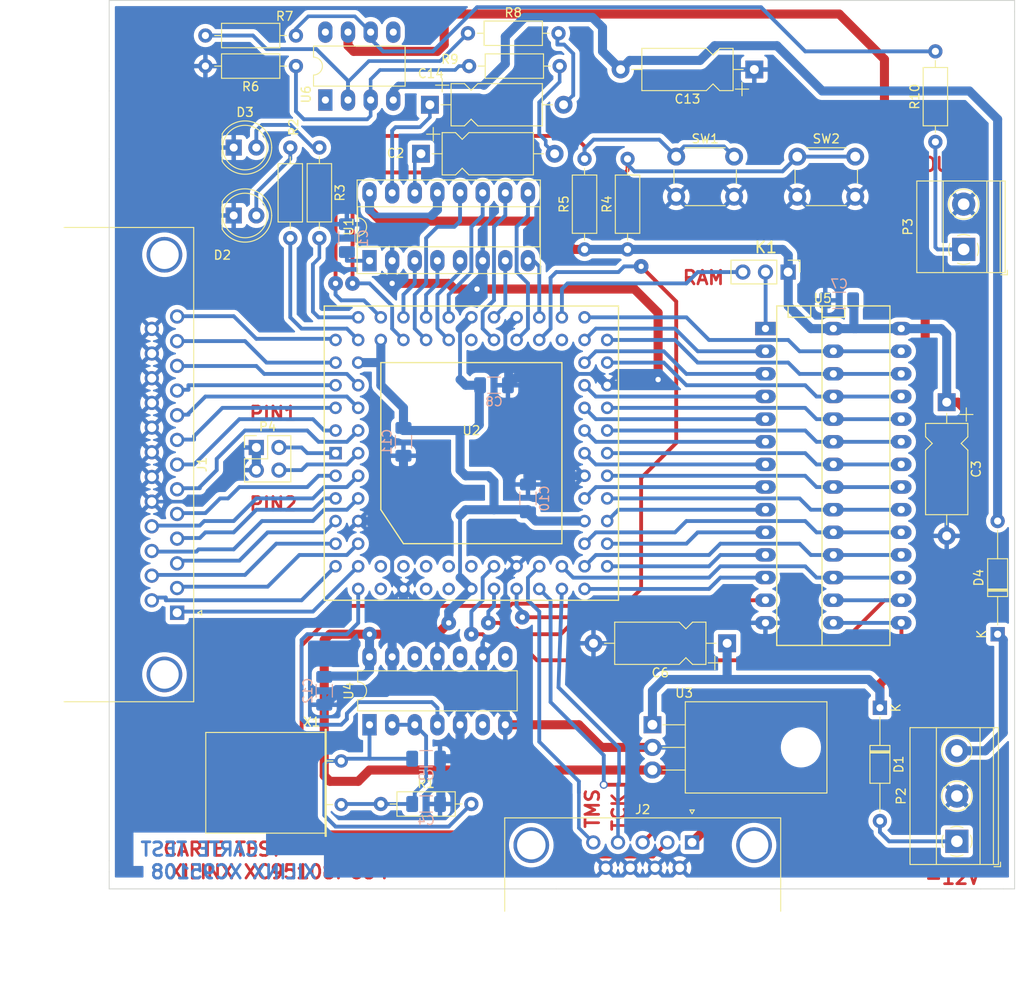
<source format=kicad_pcb>
(kicad_pcb (version 20220427) (generator pcbnew)
  (title_block (title "CARTE TEST XILINX XC95108") (rev "0"))
  (layers (0 "F.Cu" signal) (31 "B.Cu" signal) (34 "B.Paste" user) (35 "F.Paste" user) (36 "B.SilkS" user "B.Silkscreen") (37 "F.SilkS" user "F.Silkscreen") (38 "B.Mask" user) (39 "F.Mask" user) (44 "Edge.Cuts" user))
  (net 0 "")
  (net 1 "+12V")
  (net 2 "-12V")
  (net 3 "/CSMEM")
  (net 4 "/DAT0")
  (net 5 "/DAT1")
  (net 6 "/DAT2")
  (net 7 "/DAT3")
  (net 8 "/DAT4")
  (net 9 "/DAT5")
  (net 10 "/DAT6")
  (net 11 "/DAT7")
  (net 12 "/DCLK")
  (net 13 "/LED1")
  (net 14 "/LED2")
  (net 15 "/MA0")
  (net 16 "/MA1")
  (net 17 "/MA2")
  (net 18 "/MA3")
  (net 19 "/MA4")
  (net 20 "/MA5")
  (net 21 "/MA6")
  (net 22 "/MA7")
  (net 23 "/MD0")
  (net 24 "/MD1")
  (net 25 "/MD10")
  (net 26 "/MD11")
  (net 27 "/MD12")
  (net 28 "/MD13")
  (net 29 "/MD14")
  (net 30 "/MD2")
  (net 31 "/MD3")
  (net 32 "/MD4")
  (net 33 "/MD5")
  (net 34 "/MD6")
  (net 35 "/MD7")
  (net 36 "/MD8")
  (net 37 "/MD9")
  (net 38 "/OEMEM")
  (net 39 "/PARBUS0")
  (net 40 "/PARBUS1")
  (net 41 "/PARBUS2")
  (net 42 "/PARBUS3")
  (net 43 "/PARBUS4")
  (net 44 "/PARBUS5")
  (net 45 "/PARBUS6")
  (net 46 "/PARBUS7")
  (net 47 "/PAR_AUX0{slash}STROBE*")
  (net 48 "/PAR_AUX6{slash}ACK")
  (net 49 "/PAR_AUX5{slash}BUSY*")
  (net 50 "/PAR_AUX4{slash}PE")
  (net 51 "/PAR_AUX3{slash}SELECT*")
  (net 52 "/PAR_AUX2{slash}AUTOLF*")
  (net 53 "/PAR_AUX1{slash}ERROR*")
  (net 54 "/PAR_AUX7{slash}INIT")
  (net 55 "/PAR_AUX8{slash}SELECT")
  (net 56 "/PIN_TEST0")
  (net 57 "/PIN_TEST1")
  (net 58 "/XIN{slash}CLK")
  (net 59 "/SW0")
  (net 60 "/SW1")
  (net 61 "/TCK")
  (net 62 "/TDI")
  (net 63 "/TDO")
  (net 64 "/TMS")
  (net 65 "Net-(U1-VREF)")
  (net 66 "GND")
  (net 67 "Net-(U1-VOUT)_1")
  (net 68 "Net-(U1-VOUT)")
  (net 69 "Net-(C14-Pad2)")
  (net 70 "Net-(D2-A)")
  (net 71 "Net-(C2-Pad2)")
  (net 72 "Net-(C4-Pad1)")
  (net 73 "Net-(C5-Pad1)")
  (net 74 "Net-(D3-A)")
  (net 75 "Net-(K1-PM)")
  (net 76 "Net-(P3-P1)")
  (net 77 "Net-(U6-+)")
  (net 78 "Net-(U6-OUT)")
  (net 79 "VCC")
  (net 80 "/+12BATT")
  (net 81 "/-12BATT")
  (net 82 "Net-(U6--)")
  (net 91 "/R{slash}W-A14")
  (footprint "Diode_THT:D_DO-35_SOD27_P12.70mm_Horizontal" (layer "F.Cu") (at 181.102 115.57 -90)
    (fp_text reference "D1")
    (fp_text value "1N4004")
  )
  (footprint "Diode_THT:D_DO-35_SOD27_P12.70mm_Horizontal" (layer "F.Cu") (at 194.31 107.315 90)
    (fp_text reference "D4")
    (fp_text value "1N4004")
  )
  (footprint "Button_Switch_THT:SW_PUSH_6mm_H4.3mm" (layer "F.Cu") (at 158.242 53.721)
    (fp_text reference "SW1")
    (fp_text value "SW_PUSH")
  )
  (footprint "footprints:PLCC84" (layer "F.Cu") (at 135.255 86.995)
    (fp_text reference "U2")
    (fp_text value "XC95108PC84")
  )
  (footprint "Package_DIP:DIP-14_W7.62mm_LongPads" (layer "F.Cu") (at 123.825 117.475 90)
    (fp_text reference "U4")
    (fp_text value "74HC04")
  )
  (footprint "Connector_PinHeader_2.54mm:PinHeader_2x02_P2.54mm_Vertical" (layer "F.Cu") (at 111.125 86.36)
    (fp_text reference "P4")
    (fp_text value "CONN_2X2")
  )
  (footprint "Connector_PinHeader_2.54mm:PinHeader_1x03_P2.54mm_Vertical" (layer "F.Cu") (at 170.8 66.675 -90)
    (fp_text reference "K1")
    (fp_text value "CONN_3" hide)
  )
  (footprint "Resistor_THT:R_Axial_DIN0207_L6.3mm_D2.5mm_P10.16mm_Horizontal" (layer "F.Cu") (at 114.935 52.705 -90)
    (fp_text reference "R2")
    (fp_text value "330")
  )
  (footprint "Resistor_THT:R_Axial_DIN0207_L6.3mm_D2.5mm_P10.16mm_Horizontal" (layer "F.Cu") (at 134.874 39.878)
    (fp_text reference "R8")
    (fp_text value "2,2K")
  )
  (footprint "Resistor_THT:R_Axial_DIN0207_L6.3mm_D2.5mm_P10.16mm_Horizontal" (layer "F.Cu") (at 187.325 52.07 90)
    (fp_text reference "R10")
    (fp_text value "75")
  )
  (footprint "Resistor_THT:R_Axial_DIN0207_L6.3mm_D2.5mm_P10.16mm_Horizontal" (layer "F.Cu") (at 135.001 43.561)
    (fp_text reference "R9")
    (fp_text value "2,2K")
  )
  (footprint "Resistor_THT:R_Axial_DIN0207_L6.3mm_D2.5mm_P10.16mm_Horizontal" (layer "F.Cu") (at 125.095 126.365)
    (fp_text reference "R1")
    (fp_text value "100K")
  )
  (footprint "Resistor_THT:R_Axial_DIN0207_L6.3mm_D2.5mm_P10.16mm_Horizontal" (layer "F.Cu") (at 147.955 64.135 90)
    (fp_text reference "R5")
    (fp_text value "4,7K")
  )
  (footprint "Resistor_THT:R_Axial_DIN0207_L6.3mm_D2.5mm_P10.16mm_Horizontal" (layer "F.Cu") (at 115.57 43.561 180)
    (fp_text reference "R6")
    (fp_text value "1,1k")
  )
  (footprint "Resistor_THT:R_Axial_DIN0207_L6.3mm_D2.5mm_P10.16mm_Horizontal" (layer "F.Cu") (at 118.2 52.7 -90)
    (fp_text reference "R3")
    (fp_text value "330")
  )
  (footprint "Package_DIP:DIP-16_W7.62mm_Socket_LongPads" (layer "F.Cu") (at 123.825 65.405 90)
    (fp_text reference "U1")
    (fp_text value "TDA8702")
  )
  (footprint "Crystal:Crystal_HC18-U_Horizontal" (layer "F.Cu") (at 120.65 121.539 -90)
    (fp_text reference "X1")
    (fp_text value "10MHz")
  )
  (footprint "Resistor_THT:R_Axial_DIN0207_L6.3mm_D2.5mm_P10.16mm_Horizontal" (layer "F.Cu") (at 152.781 64.135 90)
    (fp_text reference "R4")
    (fp_text value "4,7K")
  )
  (footprint "Resistor_THT:R_Axial_DIN0207_L6.3mm_D2.5mm_P10.16mm_Horizontal" (layer "F.Cu") (at 115.57 40.132 180)
    (fp_text reference "R7")
    (fp_text value "1,1K")
  )
  (footprint "LED_THT:LED_D5.0mm" (layer "F.Cu") (at 108.585 52.705)
    (fp_text reference "D3")
    (fp_text value "LED")
  )
  (footprint "LED_THT:LED_D5.0mm" (layer "F.Cu") (at 108.585 60.325)
    (fp_text reference "D2")
    (fp_text value "LED")
  )
  (footprint "Package_DIP:DIP-8_W7.62mm_LongPads" (layer "F.Cu") (at 118.872 47.371 90)
    (fp_text reference "U6")
    (fp_text value "LM318N")
  )
  (footprint "Connector_Dsub:DSUB-25_Female_Horizontal_P2.77x2.84mm_EdgePinOffset9.90mm_Housed_MountingHolesOffset11.32mm" (layer "F.Cu") (at 102.235 104.902 -90)
    (fp_text reference "J1")
    (fp_text value "DB25")
  )
  (footprint "Package_TO_SOT_THT:TO-220-3_Horizontal_TabDown" (layer "F.Cu") (at 155.575 117.475 -90)
    (fp_text reference "U3")
    (fp_text value "LM7805")
  )
  (footprint "Connector_Dsub:DSUB-9_Female_Horizontal_P2.77x2.84mm_EdgePinOffset4.94mm_Housed_MountingHolesOffset7.48mm" (layer "F.Cu") (at 160.02 130.683)
    (fp_text reference "J2")
    (fp_text value "DB9FEM")
  )
  (footprint "TerminalBlock_Phoenix:TerminalBlock_Phoenix_MKDS-1,5-3-5.08_1x03_P5.08mm_Horizontal" (layer "F.Cu") (at 189.738 130.556 90)
    (fp_text reference "P2")
    (fp_text value "CONN_3")
  )
  (footprint "TerminalBlock_Phoenix:TerminalBlock_Phoenix_MKDS-1,5-2-5.08_1x02_P5.08mm_Horizontal" (layer "F.Cu") (at 190.5 64.135 90)
    (fp_text reference "P3")
    (fp_text value "CONN_2")
  )
  (footprint "Capacitor_THT:CP_Axial_L10.0mm_D4.5mm_P15.00mm_Horizontal" (layer "F.Cu") (at 167.005 43.942 180)
    (fp_text reference "C13")
    (fp_text value "10uF")
  )
  (footprint "Capacitor_THT:CP_Axial_L10.0mm_D4.5mm_P15.00mm_Horizontal" (layer "F.Cu") (at 163.957 108.331 180)
    (fp_text reference "C6")
    (fp_text value "47uF")
  )
  (footprint "Capacitor_THT:CP_Axial_L10.0mm_D4.5mm_P15.00mm_Horizontal" (layer "F.Cu") (at 188.595 81.28 -90)
    (fp_text reference "C3")
    (fp_text value "10uF")
  )
  (footprint "Capacitor_THT:CP_Axial_L10.0mm_D4.5mm_P15.00mm_Horizontal" (layer "F.Cu") (at 129.6 53.4)
    (fp_text reference "C2")
    (fp_text value "10uF")
  )
  (footprint "Button_Switch_THT:SW_PUSH_6mm_H4.3mm" (layer "F.Cu") (at 171.831 53.721)
    (fp_text reference "SW2")
    (fp_text value "SW_PUSH")
  )
  (footprint "footprints:DIP-28__300__600_ELL" (layer "F.Cu") (at 168.275 73.025)
    (fp_text reference "U5")
    (fp_text value "RAM_32KO")
  )
  (footprint "Capacitor_THT:CP_Axial_L10.0mm_D4.5mm_P15.00mm_Horizontal" (layer "F.Cu") (at 130.6 47.9)
    (fp_text reference "C14")
    (fp_text value "10uF")
  )
  (footprint "Capacitor_SMD:C_1206_3216Metric_Pad1.33x1.80mm_HandSolder" (layer "B.Cu") (at 121.285 62.865 90)
    (fp_text reference "C1")
    (fp_text value "100nF")
  )
  (footprint "Capacitor_SMD:C_1206_3216Metric_Pad1.33x1.80mm_HandSolder" (layer "B.Cu") (at 130.175 126.365)
    (fp_text reference "C4")
    (fp_text value "22pF")
  )
  (footprint "Capacitor_SMD:C_1206_3216Metric_Pad1.33x1.80mm_HandSolder" (layer "B.Cu") (at 130.175 121.285)
    (fp_text reference "C5")
    (fp_text value "22pF")
  )
  (footprint "Capacitor_SMD:C_1206_3216Metric_Pad1.33x1.80mm_HandSolder" (layer "B.Cu") (at 118.745 113.665 -90)
    (fp_text reference "C12")
    (fp_text value "100nF")
  )
  (footprint "Capacitor_SMD:C_1206_3216Metric_Pad1.33x1.80mm_HandSolder" (layer "B.Cu") (at 127.635 85.725 -90)
    (fp_text reference "C11")
    (fp_text value "100nF")
  )
  (footprint "Capacitor_SMD:C_1206_3216Metric_Pad1.33x1.80mm_HandSolder" (layer "B.Cu") (at 141.605 92.075 90)
    (fp_text reference "C10")
    (fp_text value "100nF")
  )
  (footprint "Capacitor_SMD:C_1206_3216Metric_Pad1.33x1.80mm_HandSolder" (layer "B.Cu") (at 137.795 79.375)
    (fp_text reference "C8")
    (fp_text value "100nF")
  )
  (footprint "Capacitor_SMD:C_1206_3216Metric_Pad1.33x1.80mm_HandSolder" (layer "B.Cu") (at 176.53 69.85 180)
    (fp_text reference "C7")
    (fp_text value "100nF")
  )
  (gr_line (start 196.215 37.465) (end 196.215 36.195) (stroke (width 0.1)) (layer "Edge.Cuts"))
  (gr_line (start 94.615 46.355) (end 94.615 53.975) (stroke (width 0.1)) (layer "Edge.Cuts"))
  (gr_line (start 196.215 36.195) (end 94.615 36.195) (stroke (width 0.1)) (layer "Edge.Cuts"))
  (gr_line (start 196.215 135.89) (end 194.945 135.89) (stroke (width 0.1)) (layer "Edge.Cuts"))
  (gr_line (start 160.655 135.89) (end 192.405 135.89) (stroke (width 0.1)) (layer "Edge.Cuts"))
  (gr_line (start 94.615 53.975) (end 94.615 132.715) (stroke (width 0.1)) (layer "Edge.Cuts"))
  (gr_line (start 94.615 132.715) (end 94.615 133.985) (stroke (width 0.1)) (layer "Edge.Cuts"))
  (gr_line (start 94.615 36.195) (end 94.615 46.355) (stroke (width 0.1)) (layer "Edge.Cuts"))
  (gr_line (start 192.405 135.89) (end 194.945 135.89) (stroke (width 0.1)) (layer "Edge.Cuts"))
  (gr_line (start 196.215 37.465) (end 196.215 135.89) (stroke (width 0.1)) (layer "Edge.Cuts"))
  (gr_line (start 94.615 133.985) (end 94.615 135.89) (stroke (width 0.1)) (layer "Edge.Cuts"))
  (gr_line (start 94.615 135.89) (end 144.78 135.89) (stroke (width 0.1)) (layer "Edge.Cuts"))
  (gr_line (start 144.78 135.89) (end 160.655 135.89) (stroke (width 0.1)) (layer "Edge.Cuts"))
  (gr_text "TCK" (at 151.83866 127.254 90) (layer "F.Cu") (effects (font (size 1.524 1.524) (thickness 0.3048))))
  (gr_text "XILINX XC95108PC84" (at 113.665 133.985) (layer "F.Cu") (effects (font (size 1.524 1.524) (thickness 0.3048))))
  (gr_text "ROM" (at 176.53 67.31) (layer "F.Cu") (effects (font (size 1.524 1.524) (thickness 0.3048))))
  (gr_text "GND" (at 187.325 68.58) (layer "F.Cu") (effects (font (size 1.524 1.524) (thickness 0.3048))))
  (gr_text "GND" (at 183.388 124.841 90) (layer "F.Cu") (effects (font (size 1.524 1.524) (thickness 0.3048))))
  (gr_text "VOUT" (at 187.325 54.61) (layer "F.Cu") (effects (font (size 1.524 1.524) (thickness 0.3048))))
  (gr_text "VCC" (at 160.02 126.873 90) (layer "F.Cu") (effects (font (size 1.524 1.524) (thickness 0.3048))))
  (gr_text "PIN1" (at 113.03 82.55) (layer "F.Cu") (effects (font (size 1.524 1.524) (thickness 0.3048))))
  (gr_text "TDO" (at 157.55366 126.873 90) (layer "F.Cu") (effects (font (size 1.524 1.524) (thickness 0.3048))))
  (gr_text "TMS" (at 148.844 126.873 90) (layer "F.Cu") (effects (font (size 1.524 1.524) (thickness 0.3048))))
  (gr_text "+12V" (at 189.865 116.713) (layer "F.Cu") (effects (font (size 1.524 1.524) (thickness 0.3048))))
  (gr_text "PIN2" (at 113.03 92.71) (layer "F.Cu") (effects (font (size 1.524 1.524) (thickness 0.3048))))
  (gr_text "-12V" (at 189.23 134.62) (layer "F.Cu") (effects (font (size 1.524 1.524) (thickness 0.3048))))
  (gr_text "RAM" (at 161.29 67.31) (layer "F.Cu") (effects (font (size 1.524 1.524) (thickness 0.3048))))
  (gr_text "CARTE TEST" (at 107.315 131.445) (layer "F.Cu") (effects (font (size 1.524 1.524) (thickness 0.3048))))
  (gr_text "TDI" (at 154.52725 126.873 90) (layer "F.Cu") (effects (font (size 1.27 1.524) (thickness 0.3048))))
  (gr_text "XILINX XC95108" (at 108.585 133.985) (layer "B.Cu") (effects (font (size 1.524 1.524) (thickness 0.3048)) (justify mirror)))
  (gr_text "CARTE TEST" (at 104.775 131.445) (layer "B.Cu") (effects (font (size 1.524 1.524) (thickness 0.3048)) (justify mirror)))
  (segment (start 121.412 41.275) (end 121.412 39.751) (width 1.016) (layer "F.Cu") (net 1))
  (segment (start 181.102 115.57) (end 181.102 112.903) (width 1.016) (layer "F.Cu") (net 1))
  (segment (start 181.61 42.799) (end 176.53 37.719) (width 1.016) (layer "F.Cu") (net 1))
  (segment (start 132.842 37.719) (end 132.207 38.354) (width 1.016) (layer "F.Cu") (net 1))
  (segment (start 186.182 71.247) (end 181.61 66.675) (width 1.016) (layer "F.Cu") (net 1))
  (segment (start 181.102 112.903) (end 186.182 107.823) (width 1.016) (layer "F.Cu") (net 1))
  (segment (start 122.047 41.91) (end 121.412 41.275) (width 1.016) (layer "F.Cu") (net 1))
  (segment (start 176.53 37.719) (end 132.842 37.719) (width 1.016) (layer "F.Cu") (net 1))
  (segment (start 186.182 107.823) (end 186.182 71.247) (width 1.016) (layer "F.Cu") (net 1))
  (segment (start 132.207 41.148) (end 131.445 41.91) (width 1.016) (layer "F.Cu") (net 1))
  (segment (start 132.207 38.354) (end 132.207 41.148) (width 1.016) (layer "F.Cu") (net 1))
  (segment (start 181.61 66.675) (end 181.61 42.799) (width 1.016) (layer "F.Cu") (net 1))
  (segment (start 131.445 41.91) (end 122.047 41.91) (width 1.016) (layer "F.Cu") (net 1))
  (segment (start 163.83 112.395) (end 179.832 112.395) (width 1.016) (layer "B.Cu") (net 1))
  (segment (start 155.575 113.665) (end 155.575 117.475) (width 1.016) (layer "B.Cu") (net 1))
  (segment (start 181.102 113.665) (end 181.102 115.57) (width 1.016) (layer "B.Cu") (net 1))
  (segment (start 179.832 112.395) (end 181.102 113.665) (width 1.016) (layer "B.Cu") (net 1))
  (segment (start 156.845 112.395) (end 155.575 113.665) (width 1.016) (layer "B.Cu") (net 1))
  (segment (start 163.83 112.395) (end 163.957 112.268) (width 1.016) (layer "B.Cu") (net 1))
  (segment (start 163.957 112.268) (end 163.957 108.331) (width 1.016) (layer "B.Cu") (net 1))
  (segment (start 163.83 112.395) (end 156.845 112.395) (width 1.016) (layer "B.Cu") (net 1))
  (segment (start 149.973 41.91) (end 149.973 39.229) (width 1.016) (layer "B.Cu") (net 2))
  (segment (start 160.909 42.926) (end 162.56 41.275) (width 1.016) (layer "B.Cu") (net 2))
  (segment (start 149.973 39.229) (end 148.844 38.1) (width 1.016) (layer "B.Cu") (net 2))
  (segment (start 127.08 45.72) (end 136.652 45.72) (width 0.8) (layer "B.Cu") (net 2))
  (segment (start 126.492 46.308) (end 127.08 45.72) (width 0.8) (layer "B.Cu") (net 2))
  (segment (start 194.31 49.53) (end 191.135 46.355) (width 1.016) (layer "B.Cu") (net 2))
  (segment (start 141.224 38.1) (end 139.065 40.259) (width 1.016) (layer "B.Cu") (net 2))
  (segment (start 169.545 41.275) (end 174.625 46.355) (width 1.016) (layer "B.Cu") (net 2))
  (segment (start 139.065 40.259) (end 139.065 43.307) (width 1.016) (layer "B.Cu") (net 2))
  (segment (start 139.065 43.307) (end 136.652 45.72) (width 1.016) (layer "B.Cu") (net 2))
  (segment (start 174.625 46.355) (end 191.135 46.355) (width 1.016) (layer "B.Cu") (net 2))
  (segment (start 162.56 41.275) (end 169.545 41.275) (width 1.016) (layer "B.Cu") (net 2))
  (segment (start 126.492 47.371) (end 126.492 46.308) (width 0.8) (layer "B.Cu") (net 2))
  (segment (start 160.909 42.926) (end 153.021 42.926) (width 1.016) (layer "B.Cu") (net 2))
  (segment (start 153.021 42.926) (end 152.005 43.942) (width 1.016) (layer "B.Cu") (net 2))
  (segment (start 194.31 94.615) (end 194.31 49.53) (width 1.016) (layer "B.Cu") (net 2))
  (segment (start 148.844 38.1) (end 141.224 38.1) (width 1.016) (layer "B.Cu") (net 2))
  (segment (start 152.005 43.942) (end 149.973 41.91) (width 1.016) (layer "B.Cu") (net 2))
  (segment (start 183.515 93.345) (end 175.895 93.345) (width 0.4318) (layer "B.Cu") (net 3))
  (segment (start 175.895 93.345) (end 173.355 93.345) (width 0.4318) (layer "B.Cu") (net 3))
  (segment (start 173.355 93.345) (end 172.085 92.075) (width 0.4318) (layer "B.Cu") (net 3))
  (segment (start 150.495 92.075) (end 172.085 92.075) (width 0.4318) (layer "B.Cu") (net 3))
  (segment (start 130.175 67.945) (end 130.175 62.865) (width 0.4318) (layer "B.Cu") (net 4))
  (segment (start 133.35 61.595) (end 133.985 60.96) (width 0.4318) (layer "B.Cu") (net 4))
  (segment (start 133.985 60.96) (end 133.985 57.785) (width 0.4318) (layer "B.Cu") (net 4))
  (segment (start 128.905 69.215) (end 130.175 67.945) (width 0.4318) (layer "B.Cu") (net 4))
  (segment (start 131.445 61.595) (end 133.35 61.595) (width 0.4318) (layer "B.Cu") (net 4))
  (segment (start 130.175 62.865) (end 131.445 61.595) (width 0.4318) (layer "B.Cu") (net 4))
  (segment (start 130.175 74.295) (end 128.905 73.025) (width 0.4318) (layer "B.Cu") (net 4))
  (segment (start 128.905 73.025) (end 128.905 69.215) (width 0.4318) (layer "B.Cu") (net 4))
  (segment (start 135.255 61.595) (end 136.525 60.325) (width 0.4318) (layer "B.Cu") (net 5))
  (segment (start 132.715 69.215) (end 135.255 66.675) (width 0.4318) (layer "B.Cu") (net 5))
  (segment (start 136.525 57.785) (end 136.525 60.325) (width 0.4318) (layer "B.Cu") (net 5))
  (segment (start 135.255 61.595) (end 135.255 66.675) (width 0.4318) (layer "B.Cu") (net 5))
  (segment (start 132.715 69.215) (end 132.715 71.755) (width 0.4318) (layer "B.Cu") (net 5))
  (segment (start 128.905 67.945) (end 127.635 69.215) (width 0.4318) (layer "B.Cu") (net 6))
  (segment (start 128.905 65.405) (end 128.905 67.945) (width 0.4318) (layer "B.Cu") (net 6))
  (segment (start 127.635 69.215) (end 127.635 71.755) (width 0.4318) (layer "B.Cu") (net 6))
  (segment (start 130.175 69.215) (end 131.445 67.945) (width 0.4318) (layer "B.Cu") (net 7))
  (segment (start 130.175 71.755) (end 130.175 69.215) (width 0.4318) (layer "B.Cu") (net 7))
  (segment (start 131.445 67.945) (end 131.445 65.405) (width 0.4318) (layer "B.Cu") (net 7))
  (segment (start 139.065 60.325) (end 137.795 61.595) (width 0.4318) (layer "B.Cu") (net 8))
  (segment (start 136.525 71.12) (end 137.795 69.85) (width 0.4318) (layer "B.Cu") (net 8))
  (segment (start 139.065 57.785) (end 139.065 60.325) (width 0.4318) (layer "B.Cu") (net 8))
  (segment (start 137.795 69.85) (end 137.795 61.595) (width 0.4318) (layer "B.Cu") (net 8))
  (segment (start 136.525 73.025) (end 137.795 74.295) (width 0.4318) (layer "B.Cu") (net 8))
  (segment (start 136.525 71.12) (end 136.525 73.025) (width 0.4318) (layer "B.Cu") (net 8))
  (segment (start 140.335 74.295) (end 141.605 73.025) (width 0.4318) (layer "B.Cu") (net 9))
  (segment (start 141.605 57.785) (end 141.605 60.325) (width 0.4318) (layer "B.Cu") (net 9))
  (segment (start 141.605 67.945) (end 140.335 66.675) (width 0.4318) (layer "B.Cu") (net 9))
  (segment (start 141.605 60.325) (end 140.335 61.595) (width 0.4318) (layer "B.Cu") (net 9))
  (segment (start 140.335 61.595) (end 140.335 66.675) (width 0.4318) (layer "B.Cu") (net 9))
  (segment (start 141.605 73.025) (end 141.605 67.945) (width 0.4318) (layer "B.Cu") (net 9))
  (segment (start 142.875 71.755) (end 142.875 66.04) (width 0.4318) (layer "B.Cu") (net 10))
  (segment (start 142.875 66.04) (end 142.24 65.405) (width 0.4318) (layer "B.Cu") (net 10))
  (segment (start 142.24 65.405) (end 141.605 65.405) (width 0.4318) (layer "B.Cu") (net 10))
  (segment (start 139.065 70.485) (end 137.795 71.755) (width 0.4318) (layer "B.Cu") (net 11))
  (segment (start 139.065 65.405) (end 139.065 70.485) (width 0.4318) (layer "B.Cu") (net 11))
  (segment (start 133.985 66.675) (end 133.985 65.405) (width 0.4318) (layer "B.Cu") (net 12))
  (segment (start 131.445 69.215) (end 133.985 66.675) (width 0.4318) (layer "B.Cu") (net 12))
  (segment (start 131.445 73.025) (end 131.445 69.215) (width 0.4318) (layer "B.Cu") (net 12))
  (segment (start 132.715 74.295) (end 131.445 73.025) (width 0.4318) (layer "B.Cu") (net 12))
  (segment (start 116.205 73.025) (end 114.935 71.755) (width 0.4318) (layer "B.Cu") (net 13))
  (segment (start 114.935 62.865) (end 114.935 71.755) (width 0.4318) (layer "B.Cu") (net 13))
  (segment (start 121.285 73.025) (end 122.555 74.295) (width 0.4318) (layer "B.Cu") (net 13))
  (segment (start 116.205 73.025) (end 121.285 73.025) (width 0.4318) (layer "B.Cu") (net 13))
  (segment (start 117.475 71.12) (end 118.11 71.755) (width 0.4318) (layer "B.Cu") (net 14))
  (segment (start 118.2 62.86) (end 118.2 65.075) (width 0.4) (layer "B.Cu") (net 14))
  (segment (start 117.475 65.8) (end 117.475 71.12) (width 0.4318) (layer "B.Cu") (net 14))
  (segment (start 118.2 65.075) (end 117.475 65.8) (width 0.4) (layer "B.Cu") (net 14))
  (segment (start 118.11 71.755) (end 122.555 71.755) (width 0.4318) (layer "B.Cu") (net 14))
  (segment (start 161.925 99.695) (end 163.195 98.425) (width 0.4318) (layer "B.Cu") (net 15))
  (segment (start 150.495 99.695) (end 161.925 99.695) (width 0.4318) (layer "B.Cu") (net 15))
  (segment (start 163.195 98.425) (end 168.275 98.425) (width 0.4318) (layer "B.Cu") (net 15))
  (segment (start 161.925 102.235) (end 163.195 100.965) (width 0.4318) (layer "B.Cu") (net 16))
  (segment (start 163.195 100.965) (end 168.275 100.965) (width 0.4318) (layer "B.Cu") (net 16))
  (segment (start 147.955 102.235) (end 161.925 102.235) (width 0.4318) (layer "B.Cu") (net 16))
  (segment (start 161.925 105.41) (end 163.83 103.505) (width 0.4318) (layer "F.Cu") (net 17))
  (segment (start 140.97 105.41) (end 161.925 105.41) (width 0.4318) (layer "F.Cu") (net 17))
  (segment (start 163.83 103.505) (end 168.275 103.505) (width 0.4318) (layer "F.Cu") (net 17))
  (via (at 140.97 105.41) (size 1.651) (drill 0.6) (layers "F.Cu" "B.Cu") (net 17))
  (segment (start 140.335 102.235) (end 140.335 104.14) (width 0.4318) (layer "B.Cu") (net 17))
  (segment (start 140.97 104.775) (end 140.97 105.41) (width 0.4318) (layer "B.Cu") (net 17))
  (segment (start 140.335 104.14) (end 140.97 104.775) (width 0.4318) (layer "B.Cu") (net 17))
  (segment (start 169.926 109.22) (end 182.88 109.22) (width 0.4318) (layer "F.Cu") (net 18))
  (segment (start 137.16 107.95) (end 140.335 107.95) (width 0.4318) (layer "F.Cu") (net 18))
  (segment (start 183.515 108.585) (end 183.515 106.045) (width 0.4318) (layer "F.Cu") (net 18))
  (segment (start 140.335 107.95) (end 142.621 110.236) (width 0.4318) (layer "F.Cu") (net 18))
  (segment (start 168.91 110.236) (end 169.926 109.22) (width 0.4318) (layer "F.Cu") (net 18))
  (segment (start 136.525 107.315) (end 137.16 107.95) (width 0.4318) (layer "F.Cu") (net 18))
  (segment (start 135.255 107.315) (end 136.525 107.315) (width 0.4318) (layer "F.Cu") (net 18))
  (segment (start 182.88 109.22) (end 183.515 108.585) (width 0.4318) (layer "F.Cu") (net 18))
  (segment (start 142.621 110.236) (end 168.91 110.236) (width 0.4318) (layer "F.Cu") (net 18))
  (via (at 135.255 107.315) (size 1.651) (drill 0.6) (layers "F.Cu" "B.Cu") (net 18))
  (segment (start 136.525 100.965) (end 137.795 99.695) (width 0.4318) (layer "B.Cu") (net 18))
  (segment (start 135.255 107.315) (end 135.255 104.775) (width 0.4318) (layer "B.Cu") (net 18))
  (segment (start 136.525 103.505) (end 136.525 100.965) (width 0.4318) (layer "B.Cu") (net 18))
  (segment (start 135.255 104.775) (end 136.525 103.505) (width 0.4318) (layer "B.Cu") (net 18))
  (segment (start 175.895 106.045) (end 183.515 106.045) (width 0.4318) (layer "B.Cu") (net 18))
  (segment (start 166.751 107.95) (end 177.165 107.95) (width 0.4318) (layer "F.Cu") (net 19))
  (segment (start 139.065 106.68) (end 140.335 106.68) (width 0.4318) (layer "F.Cu") (net 19))
  (segment (start 177.165 107.95) (end 181.61 103.505) (width 0.4318) (layer "F.Cu") (net 19))
  (segment (start 140.97 107.315) (end 145.288 107.315) (width 0.4318) (layer "F.Cu") (net 19))
  (segment (start 137.16 106.045) (end 138.43 106.045) (width 0.4318) (layer "F.Cu") (net 19))
  (segment (start 145.288 107.315) (end 146.177 106.426) (width 0.4318) (layer "F.Cu") (net 19))
  (segment (start 146.177 106.426) (end 165.227 106.426) (width 0.4318) (layer "F.Cu") (net 19))
  (segment (start 140.335 106.68) (end 140.97 107.315) (width 0.4318) (layer "F.Cu") (net 19))
  (segment (start 181.61 103.505) (end 183.515 103.505) (width 0.4318) (layer "F.Cu") (net 19))
  (segment (start 138.43 106.045) (end 139.065 106.68) (width 0.4318) (layer "F.Cu") (net 19))
  (segment (start 165.227 106.426) (end 166.751 107.95) (width 0.4318) (layer "F.Cu") (net 19))
  (via (at 137.16 106.045) (size 1.651) (drill 0.6) (layers "F.Cu" "B.Cu") (net 19))
  (segment (start 137.795 104.14) (end 137.16 104.775) (width 0.4318) (layer "B.Cu") (net 19))
  (segment (start 137.795 104.14) (end 137.795 102.235) (width 0.4318) (layer "B.Cu") (net 19))
  (segment (start 183.515 103.505) (end 175.895 103.505) (width 0.4318) (layer "B.Cu") (net 19))
  (segment (start 137.16 104.775) (end 137.16 106.045) (width 0.4318) (layer "B.Cu") (net 19))
  (segment (start 161.925 100.965) (end 163.195 99.695) (width 0.4318) (layer "B.Cu") (net 20))
  (segment (start 175.895 100.965) (end 173.99 100.965) (width 0.4318) (layer "B.Cu") (net 20))
  (segment (start 163.195 99.695) (end 172.72 99.695) (width 0.4318) (layer "B.Cu") (net 20))
  (segment (start 173.99 100.965) (end 172.72 99.695) (width 0.4318) (layer "B.Cu") (net 20))
  (segment (start 145.415 99.695) (end 146.685 100.965) (width 0.4318) (layer "B.Cu") (net 20))
  (segment (start 175.895 100.965) (end 183.515 100.965) (width 0.4318) (layer "B.Cu") (net 20))
  (segment (start 146.685 100.965) (end 161.925 100.965) (width 0.4318) (layer "B.Cu") (net 20))
  (segment (start 183.515 98.425) (end 175.895 98.425) (width 0.4318) (layer "B.Cu") (net 21))
  (segment (start 175.895 98.425) (end 173.355 98.425) (width 0.4318) (layer "B.Cu") (net 21))
  (segment (start 149.225 98.425) (end 161.925 98.425) (width 0.4318) (layer "B.Cu") (net 21))
  (segment (start 161.925 98.425) (end 163.195 97.155) (width 0.4318) (layer "B.Cu") (net 21))
  (segment (start 163.195 97.155) (end 172.085 97.155) (width 0.4318) (layer "B.Cu") (net 21))
  (segment (start 147.955 99.695) (end 149.225 98.425) (width 0.4318) (layer "B.Cu") (net 21))
  (segment (start 173.355 98.425) (end 172.085 97.155) (width 0.4318) (layer "B.Cu") (net 21))
  (segment (start 149.225 95.885) (end 158.115 95.885) (width 0.4318) (layer "B.Cu") (net 22))
  (segment (start 158.115 95.885) (end 159.385 94.615) (width 0.4318) (layer "B.Cu") (net 22))
  (segment (start 147.955 97.155) (end 149.225 95.885) (width 0.4318) (layer "B.Cu") (net 22))
  (segment (start 173.99 95.885) (end 172.72 94.615) (width 0.4318) (layer "B.Cu") (net 22))
  (segment (start 183.515 95.885) (end 175.895 95.885) (width 0.4318) (layer "B.Cu") (net 22))
  (segment (start 175.895 95.885) (end 173.99 95.885) (width 0.4318) (layer "B.Cu") (net 22))
  (segment (start 172.72 94.615) (end 159.385 94.615) (width 0.4318) (layer "B.Cu") (net 22))
  (segment (start 159.385 97.155) (end 160.655 95.885) (width 0.4318) (layer "B.Cu") (net 23))
  (segment (start 160.655 95.885) (end 168.275 95.885) (width 0.4318) (layer "B.Cu") (net 23))
  (segment (start 150.495 97.155) (end 159.385 97.155) (width 0.4318) (layer "B.Cu") (net 23))
  (segment (start 150.495 94.615) (end 151.765 93.345) (width 0.4318) (layer "B.Cu") (net 24))
  (segment (start 151.765 93.345) (end 168.275 93.345) (width 0.4318) (layer "B.Cu") (net 24))
  (segment (start 183.515 90.805) (end 175.895 90.805) (width 0.4318) (layer "B.Cu") (net 25))
  (segment (start 150.495 89.535) (end 172.72 89.535) (width 0.4318) (layer "B.Cu") (net 25))
  (segment (start 175.895 90.805) (end 173.99 90.805) (width 0.4318) (layer "B.Cu") (net 25))
  (segment (start 173.99 90.805) (end 172.72 89.535) (width 0.4318) (layer "B.Cu") (net 25))
  (segment (start 175.895 85.725) (end 183.515 85.725) (width 0.4318) (layer "B.Cu") (net 26))
  (segment (start 175.895 85.725) (end 173.99 85.725) (width 0.4318) (layer "B.Cu") (net 26))
  (segment (start 173.99 85.725) (end 172.72 84.455) (width 0.4318) (layer "B.Cu") (net 26))
  (segment (start 150.495 84.455) (end 172.72 84.455) (width 0.4318) (layer "B.Cu") (net 26))
  (segment (start 147.955 74.295) (end 149.225 73.025) (width 0.4318) (layer "B.Cu") (net 27))
  (segment (start 160.655 75.565) (end 168.275 75.565) (width 0.4318) (layer "B.Cu") (net 27))
  (segment (start 149.225 73.025) (end 158.115 73.025) (width 0.4318) (layer "B.Cu") (net 27))
  (segment (start 158.115 73.025) (end 160.655 75.565) (width 0.4318) (layer "B.Cu") (net 27))
  (segment (start 175.895 78.105) (end 183.515 78.105) (width 0.4318) (layer "B.Cu") (net 28))
  (segment (start 175.895 78.105) (end 172.085 78.105) (width 0.4318) (layer "B.Cu") (net 28))
  (segment (start 170.815 76.835) (end 172.085 78.105) (width 0.4318) (layer "B.Cu") (net 28))
  (segment (start 160.655 76.835) (end 170.815 76.835) (width 0.4318) (layer "B.Cu") (net 28))
  (segment (start 158.115 74.295) (end 160.655 76.835) (width 0.4318) (layer "B.Cu") (net 28))
  (segment (start 158.115 74.295) (end 150.495 74.295) (width 0.4318) (layer "B.Cu") (net 28))
  (segment (start 160.655 66.675) (end 165.735 66.675) (width 0.4318) (layer "B.Cu") (net 29))
  (segment (start 145.415 68.58) (end 146.05 67.945) (width 0.4318) (layer "B.Cu") (net 29))
  (segment (start 159.385 67.945) (end 160.655 66.675) (width 0.4318) (layer "B.Cu") (net 29))
  (segment (start 146.05 67.945) (end 159.385 67.945) (width 0.4318) (layer "B.Cu") (net 29))
  (segment (start 145.415 71.755) (end 145.415 68.58) (width 0.4318) (layer "B.Cu") (net 29))
  (segment (start 149.225 90.805) (end 168.275 90.805) (width 0.4318) (layer "B.Cu") (net 30))
  (segment (start 147.955 92.075) (end 149.225 90.805) (width 0.4318) (layer "B.Cu") (net 30))
  (segment (start 149.225 88.265) (end 168.275 88.265) (width 0.4318) (layer "B.Cu") (net 31))
  (segment (start 147.955 86.995) (end 149.225 88.265) (width 0.4318) (layer "B.Cu") (net 31))
  (segment (start 149.225 85.725) (end 147.955 84.455) (width 0.4318) (layer "B.Cu") (net 32))
  (segment (start 168.275 85.725) (end 149.225 85.725) (width 0.4318) (layer "B.Cu") (net 32))
  (segment (start 168.275 83.185) (end 149.225 83.185) (width 0.4318) (layer "B.Cu") (net 33))
  (segment (start 149.225 83.185) (end 147.955 81.915) (width 0.4318) (layer "B.Cu") (net 33))
  (segment (start 149.225 80.645) (end 168.275 80.645) (width 0.4318) (layer "B.Cu") (net 34))
  (segment (start 147.955 79.375) (end 149.225 80.645) (width 0.4318) (layer "B.Cu") (net 34))
  (segment (start 149.225 75.565) (end 147.955 76.835) (width 0.4318) (layer "B.Cu") (net 35))
  (segment (start 156.845 75.565) (end 149.225 75.565) (width 0.4318) (layer "B.Cu") (net 35))
  (segment (start 168.275 78.105) (end 159.385 78.105) (width 0.4318) (layer "B.Cu") (net 35))
  (segment (start 159.385 78.105) (end 156.845 75.565) (width 0.4318) (layer "B.Cu") (net 35))
  (segment (start 159.385 79.375) (end 172.72 79.375) (width 0.4318) (layer "B.Cu") (net 36))
  (segment (start 173.99 80.645) (end 172.72 79.375) (width 0.4318) (layer "B.Cu") (net 36))
  (segment (start 150.495 76.835) (end 156.845 76.835) (width 0.4318) (layer "B.Cu") (net 36))
  (segment (start 175.895 80.645) (end 173.99 80.645) (width 0.4318) (layer "B.Cu") (net 36))
  (segment (start 156.845 76.835) (end 159.385 79.375) (width 0.4318) (layer "B.Cu") (net 36))
  (segment (start 175.895 80.645) (end 183.515 80.645) (width 0.4318) (layer "B.Cu") (net 36))
  (segment (start 175.895 83.185) (end 183.515 83.185) (width 0.4318) (layer "B.Cu") (net 37))
  (segment (start 150.495 81.915) (end 172.72 81.915) (width 0.4318) (layer "B.Cu") (net 37))
  (segment (start 173.99 83.185) (end 172.72 81.915) (width 0.4318) (layer "B.Cu") (net 37))
  (segment (start 175.895 83.185) (end 173.99 83.185) (width 0.4318) (layer "B.Cu") (net 37))
  (segment (start 175.895 88.265) (end 173.99 88.265) (width 0.4318) (layer "B.Cu") (net 38))
  (segment (start 150.495 86.995) (end 172.72 86.995) (width 0.4318) (layer "B.Cu") (net 38))
  (segment (start 175.895 88.265) (end 183.515 88.265) (width 0.4318) (layer "B.Cu") (net 38))
  (segment (start 173.99 88.265) (end 172.72 86.995) (width 0.4318) (layer "B.Cu") (net 38))
  (segment (start 112.395 101.981) (end 115.951 98.425) (width 0.4318) (layer "B.Cu") (net 39))
  (segment (start 102.235 101.981) (end 112.395 101.981) (width 0.4318) (layer "B.Cu") (net 39))
  (segment (start 121.285 98.425) (end 122.555 97.155) (width 0.4318) (layer "B.Cu") (net 39))
  (segment (start 115.951 98.425) (end 121.285 98.425) (width 0.4318) (layer "B.Cu") (net 39))
  (segment (start 118.745 95.885) (end 120.015 94.615) (width 0.4318) (layer "B.Cu") (net 40))
  (segment (start 112.395 95.885) (end 109.22 99.06) (width 0.4318) (layer "B.Cu") (net 40))
  (segment (start 102.235 99.06) (end 102.235 99.314) (width 0.4318) (layer "B.Cu") (net 40))
  (segment (start 109.22 99.06) (end 102.235 99.06) (width 0.4318) (layer "B.Cu") (net 40))
  (segment (start 112.395 95.885) (end 118.745 95.885) (width 0.4318) (layer "B.Cu") (net 40))
  (segment (start 105.41 95.885) (end 108.585 95.885) (width 0.4318) (layer "B.Cu") (net 41))
  (segment (start 104.775 96.52) (end 105.41 95.885) (width 0.4318) (layer "B.Cu") (net 41))
  (segment (start 111.125 93.345) (end 117.475 93.345) (width 0.4318) (layer "B.Cu") (net 41))
  (segment (start 102.235 96.52) (end 104.775 96.52) (width 0.4318) (layer "B.Cu") (net 41))
  (segment (start 117.475 93.345) (end 118.745 92.075) (width 0.4318) (layer "B.Cu") (net 41))
  (segment (start 108.585 95.885) (end 111.125 93.345) (width 0.4318) (layer "B.Cu") (net 41))
  (segment (start 118.745 92.075) (end 120.015 92.075) (width 0.4318) (layer "B.Cu") (net 41))
  (segment (start 116.84 90.805) (end 118.11 89.535) (width 0.4318) (layer "B.Cu") (net 42))
  (segment (start 107.95 92.075) (end 109.22 90.805) (width 0.4318) (layer "B.Cu") (net 42))
  (segment (start 107.061 92.075) (end 107.95 92.075) (width 0.4318) (layer "B.Cu") (net 42))
  (segment (start 118.11 89.535) (end 120.015 89.535) (width 0.4318) (layer "B.Cu") (net 42))
  (segment (start 105.41 93.726) (end 107.061 92.075) (width 0.4318) (layer "B.Cu") (net 42))
  (segment (start 102.235 93.726) (end 105.41 93.726) (width 0.4318) (layer "B.Cu") (net 42))
  (segment (start 109.22 90.805) (end 116.84 90.805) (width 0.4318) (layer "B.Cu") (net 42))
  (segment (start 104.775 90.932) (end 104.775 90.805) (width 0.4318) (layer "B.Cu") (net 43))
  (segment (start 106.68 88.9) (end 106.68 87.63) (width 0.4318) (layer "B.Cu") (net 43))
  (segment (start 104.775 90.805) (end 106.68 88.9) (width 0.4318) (layer "B.Cu") (net 43))
  (segment (start 118.11 85.725) (end 121.285 85.725) (width 0.4318) (layer "B.Cu") (net 43))
  (segment (start 121.285 85.725) (end 122.555 84.455) (width 0.4318) (layer "B.Cu") (net 43))
  (segment (start 106.68 87.63) (end 109.855 84.455) (width 0.4318) (layer "B.Cu") (net 43))
  (segment (start 116.84 84.455) (end 118.11 85.725) (width 0.4318) (layer "B.Cu") (net 43))
  (segment (start 109.855 84.455) (end 116.84 84.455) (width 0.4318) (layer "B.Cu") (net 43))
  (segment (start 102.235 90.932) (end 104.775 90.932) (width 0.4318) (layer "B.Cu") (net 43))
  (segment (start 118.745 84.455) (end 120.015 84.455) (width 0.4318) (layer "B.Cu") (net 44))
  (segment (start 117.475 83.185) (end 118.745 84.455) (width 0.4318) (layer "B.Cu") (net 44))
  (segment (start 109.22 83.185) (end 117.475 83.185) (width 0.4318) (layer "B.Cu") (net 44))
  (segment (start 102.235 88.265) (end 104.14 88.265) (width 0.4318) (layer "B.Cu") (net 44))
  (segment (start 104.14 88.265) (end 109.22 83.185) (width 0.4318) (layer "B.Cu") (net 44))
  (segment (start 102.235 85.471) (end 104.14 85.471) (width 0.4318) (layer "B.Cu") (net 45))
  (segment (start 104.14 85.471) (end 104.14 85.09) (width 0.4318) (layer "B.Cu") (net 45))
  (segment (start 107.315 81.915) (end 120.015 81.915) (width 0.4318) (layer "B.Cu") (net 45))
  (segment (start 104.14 85.09) (end 107.315 81.915) (width 0.4318) (layer "B.Cu") (net 45))
  (segment (start 102.235 82.677) (end 103.505 82.677) (width 0.4318) (layer "B.Cu") (net 46))
  (segment (start 103.505 82.677) (end 103.505 82.55) (width 0.4318) (layer "B.Cu") (net 46))
  (segment (start 121.285 80.645) (end 122.555 81.915) (width 0.4318) (layer "B.Cu") (net 46))
  (segment (start 103.505 82.55) (end 105.41 80.645) (width 0.4318) (layer "B.Cu") (net 46))
  (segment (start 105.41 80.645) (end 121.285 80.645) (width 0.4318) (layer "B.Cu") (net 46))
  (segment (start 102.235 104.775) (end 117.475 104.775) (width 0.4318) (layer "B.Cu") (net 47))
  (segment (start 117.475 104.775) (end 122.555 99.695) (width 0.4318) (layer "B.Cu") (net 47))
  (segment (start 103.505 79.883) (end 103.505 79.375) (width 0.4318) (layer "B.Cu") (net 48))
  (segment (start 102.235 79.883) (end 103.505 79.883) (width 0.4318) (layer "B.Cu") (net 48))
  (segment (start 103.505 79.375) (end 120.015 79.375) (width 0.4318) (layer "B.Cu") (net 48))
  (segment (start 112.014 78.105) (end 121.285 78.105) (width 0.4318) (layer "B.Cu") (net 49))
  (segment (start 102.235 77.216) (end 111.125 77.216) (width 0.4318) (layer "B.Cu") (net 49))
  (segment (start 111.125 77.216) (end 112.014 78.105) (width 0.4318) (layer "B.Cu") (net 49))
  (segment (start 121.285 78.105) (end 122.555 79.375) (width 0.4318) (layer "B.Cu") (net 49))
  (segment (start 102.235 74.422) (end 109.855 74.422) (width 0.4318) (layer "B.Cu") (net 50))
  (segment (start 112.268 76.835) (end 120.015 76.835) (width 0.4318) (layer "B.Cu") (net 50))
  (segment (start 109.855 74.422) (end 112.268 76.835) (width 0.4318) (layer "B.Cu") (net 50))
  (segment (start 108.585 71.628) (end 111.125 74.168) (width 0.4318) (layer "B.Cu") (net 51))
  (segment (start 111.125 74.168) (end 120.015 74.168) (width 0.4318) (layer "B.Cu") (net 51))
  (segment (start 102.235 71.628) (end 108.585 71.628) (width 0.4318) (layer "B.Cu") (net 51))
  (segment (start 120.015 74.168) (end 120.015 74.295) (width 0.4318) (layer "B.Cu") (net 51))
  (segment (start 100.965 103.2002) (end 100.965 103.505) (width 0.4318) (layer "B.Cu") (net 52))
  (segment (start 100.965 103.505) (end 116.205 103.505) (width 0.4318) (layer "B.Cu") (net 52))
  (segment (start 116.205 103.505) (end 120.015 99.695) (width 0.4318) (layer "B.Cu") (net 52))
  (segment (start 99.695 103.2002) (end 100.965 103.2002) (width 0.4318) (layer "B.Cu") (net 52))
  (segment (start 99.695 100.6602) (end 109.855 100.6602) (width 0.4318) (layer "B.Cu") (net 53))
  (segment (start 113.3602 97.155) (end 120.015 97.155) (width 0.4318) (layer "B.Cu") (net 53))
  (segment (start 109.855 100.6602) (end 113.3602 97.155) (width 0.4318) (layer "B.Cu") (net 53))
  (segment (start 111.76 94.615) (end 117.475 94.615) (width 0.4318) (layer "B.Cu") (net 54))
  (segment (start 99.8728 98.044) (end 104.394 98.044) (width 0.4318) (layer "B.Cu") (net 54))
  (segment (start 104.394 98.044) (end 104.648 97.79) (width 0.4318) (layer "B.Cu") (net 54))
  (segment (start 121.285 93.345) (end 122.555 92.075) (width 0.4318) (layer "B.Cu") (net 54))
  (segment (start 118.745 93.345) (end 121.285 93.345) (width 0.4318) (layer "B.Cu") (net 54))
  (segment (start 108.585 97.79) (end 111.76 94.615) (width 0.4318) (layer "B.Cu") (net 54))
  (segment (start 118.745 93.345) (end 117.475 94.615) (width 0.4318) (layer "B.Cu") (net 54))
  (segment (start 104.648 97.79) (end 108.585 97.79) (width 0.4318) (layer "B.Cu") (net 54))
  (segment (start 99.695 97.8662) (end 99.8728 98.044) (width 0.4318) (layer "B.Cu") (net 54))
  (segment (start 104.775 95.123) (end 105.283 94.615) (width 0.4318) (layer "B.Cu") (net 55))
  (segment (start 121.285 90.805) (end 122.555 89.535) (width 0.4318) (layer "B.Cu") (net 55))
  (segment (start 105.283 94.615) (end 108.585 94.615) (width 0.4318) (layer "B.Cu") (net 55))
  (segment (start 118.745 90.805) (end 121.285 90.805) (width 0.4318) (layer "B.Cu") (net 55))
  (segment (start 99.695 95.123) (end 104.775 95.123) (width 0.4318) (layer "B.Cu") (net 55))
  (segment (start 111.125 92.075) (end 117.475 92.075) (width 0.4318) (layer "B.Cu") (net 55))
  (segment (start 117.475 92.075) (end 118.745 90.805) (width 0.4318) (layer "B.Cu") (net 55))
  (segment (start 108.585 94.615) (end 111.125 92.075) (width 0.4318) (layer "B.Cu") (net 55))
  (segment (start 116.205 86.36) (end 116.84 86.995) (width 0.4318) (layer "B.Cu") (net 56))
  (segment (start 116.84 86.995) (end 120.015 86.995) (width 0.4318) (layer "B.Cu") (net 56))
  (segment (start 113.665 86.36) (end 116.205 86.36) (width 0.4318) (layer "B.Cu") (net 56))
  (segment (start 113.665 88.9) (end 116.205 88.9) (width 0.4318) (layer "B.Cu") (net 57))
  (segment (start 116.84 88.265) (end 121.285 88.265) (width 0.4318) (layer "B.Cu") (net 57))
  (segment (start 116.205 88.9) (end 116.84 88.265) (width 0.4318) (layer "B.Cu") (net 57))
  (segment (start 121.285 88.265) (end 122.555 86.995) (width 0.4318) (layer "B.Cu") (net 57))
  (segment (start 121.285 107.315) (end 122.555 106.045) (width 0.4318) (layer "B.Cu") (net 58))
  (segment (start 121.285 116.205) (end 121.285 116.84) (width 0.4318) (layer "B.Cu") (net 58))
  (segment (start 121.285 116.84) (end 120.65 117.475) (width 0.4318) (layer "B.Cu") (net 58))
  (segment (start 131.445 117.475) (end 131.445 115.57) (width 0.4318) (layer "B.Cu") (net 58))
  (segment (start 116.205 107.95) (end 116.84 107.315) (width 0.4318) (layer "B.Cu") (net 58))
  (segment (start 131.445 115.57) (end 130.81 114.935) (width 0.4318) (layer "B.Cu") (net 58))
  (segment (start 130.81 114.935) (end 122.555 114.935) (width 0.4318) (layer "B.Cu") (net 58))
  (segment (start 122.555 114.935) (end 121.285 116.205) (width 0.4318) (layer "B.Cu") (net 58))
  (segment (start 122.555 106.045) (end 122.555 102.235) (width 0.4318) (layer "B.Cu") (net 58))
  (segment (start 120.65 117.475) (end 116.84 117.475) (width 0.4318) (layer "B.Cu") (net 58))
  (segment (start 116.84 117.475) (end 116.205 116.84) (width 0.4318) (layer "B.Cu") (net 58))
  (segment (start 116.84 107.315) (end 121.285 107.315) (width 0.4318) (layer "B.Cu") (net 58))
  (segment (start 116.205 116.84) (end 116.205 107.95) (width 0.4318) (layer "B.Cu") (net 58))
  (segment (start 147.955 52.555) (end 146.8 51.4) (width 0.4318) (layer "F.Cu") (net 59))
  (segment (start 120.015 54.483) (end 120.015 67.945) (width 0.4318) (layer "F.Cu") (net 59))
  (segment (start 123.098 51.4) (end 120.015 54.483) (width 0.4318) (layer "F.Cu") (net 59))
  (segment (start 146.8 51.4) (end 123.098 51.4) (width 0.4318) (layer "F.Cu") (net 59))
  (segment (start 147.955 53.975) (end 147.955 52.555) (width 0.4318) (layer "F.Cu") (net 59))
  (via (at 120.015 67.945) (size 1.651) (drill 0.6) (layers "F.Cu" "B.Cu") (net 59))
  (segment (start 158.242 53.721) (end 158.242 53.467) (width 0.4318) (layer "B.Cu") (net 59))
  (segment (start 120.015 67.945) (end 120.015 69.215) (width 0.4318) (layer "B.Cu") (net 59))
  (segment (start 158.242 53.467) (end 159.131 52.578) (width 0.4318) (layer "B.Cu") (net 59))
  (segment (start 147.955 52.832) (end 148.971 51.816) (width 0.4318) (layer "B.Cu") (net 59))
  (segment (start 156.337 51.816) (end 158.242 53.721) (width 0.4318) (layer "B.Cu") (net 59))
  (segment (start 147.955 53.975) (end 147.955 52.832) (width 0.4318) (layer "B.Cu") (net 59))
  (segment (start 123.19 69.85) (end 125.095 71.755) (width 0.4318) (layer "B.Cu") (net 59))
  (segment (start 120.65 69.85) (end 123.19 69.85) (width 0.4318) (layer "B.Cu") (net 59))
  (segment (start 163.599 52.578) (end 164.742 53.721) (width 0.4318) (layer "B.Cu") (net 59))
  (segment (start 159.131 52.578) (end 163.599 52.578) (width 0.4318) (layer "B.Cu") (net 59))
  (segment (start 148.971 51.816) (end 156.337 51.816) (width 0.4318) (layer "B.Cu") (net 59))
  (segment (start 120.015 69.215) (end 120.65 69.85) (width 0.4318) (layer "B.Cu") (net 59))
  (segment (start 121.92 67.945) (end 121.92 56.642) (width 0.4318) (layer "F.Cu") (net 60))
  (segment (start 144.145 55.88) (end 152.146 55.88) (width 0.4318) (layer "F.Cu") (net 60))
  (segment (start 123.063 55.499) (end 139.319 55.499) (width 0.4318) (layer "F.Cu") (net 60))
  (segment (start 152.146 55.88) (end 152.781 55.245) (width 0.4318) (layer "F.Cu") (net 60))
  (segment (start 121.92 56.642) (end 123.063 55.499) (width 0.4318) (layer "F.Cu") (net 60))
  (segment (start 139.319 55.499) (end 139.573 55.245) (width 0.4318) (layer "F.Cu") (net 60))
  (segment (start 143.51 55.245) (end 144.145 55.88) (width 0.4318) (layer "F.Cu") (net 60))
  (segment (start 139.573 55.245) (end 143.51 55.245) (width 0.4318) (layer "F.Cu") (net 60))
  (segment (start 152.781 55.245) (end 152.781 53.975) (width 0.4318) (layer "F.Cu") (net 60))
  (via (at 121.92 67.945) (size 1.651) (drill 0.6) (layers "F.Cu" "B.Cu") (net 60))
  (segment (start 152.781 53.975) (end 152.781 54.61) (width 0.4318) (layer "B.Cu") (net 60))
  (segment (start 171.831 53.721) (end 178.331 53.721) (width 0.4318) (layer "B.Cu") (net 60))
  (segment (start 126.365 70.485) (end 123.825 67.945) (width 0.4318) (layer "B.Cu") (net 60))
  (segment (start 127.635 74.295) (end 126.365 73.025) (width 0.4318) (layer "B.Cu") (net 60))
  (segment (start 170.18 55.372) (end 171.831 53.721) (width 0.4318) (layer "B.Cu") (net 60))
  (segment (start 152.781 54.61) (end 153.543 55.372) (width 0.4318) (layer "B.Cu") (net 60))
  (segment (start 123.825 67.945) (end 121.92 67.945) (width 0.4318) (layer "B.Cu") (net 60))
  (segment (start 126.365 73.025) (end 126.365 70.485) (width 0.4318) (layer "B.Cu") (net 60))
  (segment (start 153.543 55.372) (end 170.18 55.372) (width 0.4318) (layer "B.Cu") (net 60))
  (segment (start 151.8285 124.0155) (end 151.8285 120.0785) (width 0.4) (layer "B.Cu") (net 61))
  (segment (start 151.71 124.134) (end 151.8285 124.0155) (width 0.4) (layer "B.Cu") (net 61))
  (segment (start 151.71 130.683) (end 151.71 124.134) (width 0.4) (layer "B.Cu") (net 61))
  (segment (start 145.034 113.284) (end 145.415 102.235) (width 0.4318) (layer "B.Cu") (net 61))
  (segment (start 151.8285 120.0785) (end 145.034 113.284) (width 0.4318) (layer "B.Cu") (net 61))
  (segment (start 155.720083 129.442917) (end 154.48 130.683) (width 0.4318) (layer "F.Cu") (net 62))
  (segment (start 155.720083 124.986083) (end 155.720083 129.442917) (width 0.4318) (layer "F.Cu") (net 62))
  (segment (start 150.114 124.206) (end 154.94 124.206) (width 0.4318) (layer "F.Cu") (net 62))
  (segment (start 154.94 124.206) (end 155.720083 124.986083) (width 0.4318) (layer "F.Cu") (net 62))
  (via (at 150.114 124.206) (size 0.9) (drill 0.6) (layers "F.Cu" "B.Cu") (net 62))
  (segment (start 144.145 103.505) (end 144.145 114.935) (width 0.4318) (layer "B.Cu") (net 62))
  (segment (start 150.114 120.904) (end 150.114 124.206) (width 0.4318) (layer "B.Cu") (net 62))
  (segment (start 144.145 114.935) (end 150.0505 120.8405) (width 0.4318) (layer "B.Cu") (net 62))
  (segment (start 150.0505 120.8405) (end 150.114 120.904) (width 0.4318) (layer "B.Cu") (net 62))
  (segment (start 142.875 102.235) (end 144.145 103.505) (width 0.4318) (layer "B.Cu") (net 62))
  (segment (start 142.24 104.14) (end 141.986 103.886) (width 0.4318) (layer "F.Cu") (net 63))
  (segment (start 141.986 103.886) (end 139.827 103.886) (width 0.4318) (layer "F.Cu") (net 63))
  (segment (start 146.877999 132.272999) (end 155.660001 132.272999) (width 0.4) (layer "F.Cu") (net 63))
  (segment (start 116.205 108.585) (end 116.205 127.635) (width 0.4318) (layer "F.Cu") (net 63))
  (segment (start 155.660001 132.272999) (end 157.25 130.683) (width 0.4) (layer "F.Cu") (net 63))
  (segment (start 137.47 128.27) (end 136.2 129.54) (width 0.4) (layer "F.Cu") (net 63))
  (segment (start 152.4 104.14) (end 142.24 104.14) (width 0.4318) (layer "F.Cu") (net 63))
  (segment (start 154.305 102.235) (end 154.305 89.789) (width 0.4318) (layer "F.Cu") (net 63))
  (segment (start 158.242 85.852) (end 158.242 69.977) (width 0.4318) (layer "F.Cu") (net 63))
  (segment (start 154.305 89.789) (end 158.242 85.852) (width 0.4318) (layer "F.Cu") (net 63))
  (segment (start 145.415 130.81) (end 146.877999 132.272999) (width 0.4) (layer "F.Cu") (net 63))
  (segment (start 154.305 102.235) (end 152.4 104.14) (width 0.4318) (layer "F.Cu") (net 63))
  (segment (start 139.827 103.886) (end 139.573 104.14) (width 0.4318) (layer "F.Cu") (net 63))
  (segment (start 145.415 128.27) (end 145.415 130.81) (width 0.4) (layer "F.Cu") (net 63))
  (segment (start 118.11 129.54) (end 136.2 129.54) (width 0.4318) (layer "F.Cu") (net 63))
  (segment (start 158.242 69.977) (end 154.305 66.04) (width 0.4318) (layer "F.Cu") (net 63))
  (segment (start 145.415 128.27) (end 137.47 128.27) (width 0.4) (layer "F.Cu") (net 63))
  (segment (start 116.205 127.635) (end 118.11 129.54) (width 0.4318) (layer "F.Cu") (net 63))
  (segment (start 120.65 104.14) (end 116.205 108.585) (width 0.4318) (layer "F.Cu") (net 63))
  (segment (start 139.573 104.14) (end 120.65 104.14) (width 0.4318) (layer "F.Cu") (net 63))
  (via (at 154.305 66.04) (size 1.651) (drill 0.6) (layers "F.Cu" "B.Cu") (net 63))
  (segment (start 152.4 66.04) (end 154.305 66.04) (width 0.4318) (layer "B.Cu") (net 63))
  (segment (start 144.145 67.31) (end 144.78 66.675) (width 0.4318) (layer "B.Cu") (net 63))
  (segment (start 144.145 73.025) (end 142.875 74.295) (width 0.4318) (layer "B.Cu") (net 63))
  (segment (start 144.145 67.31) (end 144.145 73.025) (width 0.4318) (layer "B.Cu") (net 63))
  (segment (start 151.765 66.675) (end 152.4 66.04) (width 0.4318) (layer "B.Cu") (net 63))
  (segment (start 144.78 66.675) (end 151.765 66.675) (width 0.4318) (layer "B.Cu") (net 63))
  (segment (start 141.605 103.505) (end 142.875 104.775) (width 0.4318) (layer "B.Cu") (net 64))
  (segment (start 147.32 129.063) (end 148.94 130.683) (width 0.4) (layer "B.Cu") (net 64))
  (segment (start 141.605 103.505) (end 141.605 100.965) (width 0.4318) (layer "B.Cu") (net 64))
  (segment (start 147.32 123.825) (end 147.32 125.095) (width 0.4318) (layer "B.Cu") (net 64))
  (segment (start 142.875 119.38) (end 142.875 104.775) (width 0.4318) (layer "B.Cu") (net 64))
  (segment (start 147.32 125.095) (end 147.32 129.063) (width 0.4) (layer "B.Cu") (net 64))
  (segment (start 142.875 119.38) (end 147.32 123.825) (width 0.4318) (layer "B.Cu") (net 64))
  (segment (start 142.875 99.695) (end 141.605 100.965) (width 0.4318) (layer "B.Cu") (net 64))
  (segment (start 121.285 65.405) (end 123.825 65.405) (width 0.4318) (layer "B.Cu") (net 65))
  (segment (start 121.285 64.516) (end 121.285 65.405) (width 0.4318) (layer "B.Cu") (net 65))
  (segment (start 149.86 120.015) (end 155.575 120.015) (width 1.016) (layer "F.Cu") (net 66))
  (segment (start 139.065 117.475) (end 147.32 117.475) (width 1.016) (layer "F.Cu") (net 66))
  (segment (start 147.32 117.475) (end 149.86 120.015) (width 1.016) (layer "F.Cu") (net 66))
  (segment (start 126.365 67.945) (end 132.715 67.945) (width 1.016) (layer "F.Cu") (net 66))
  (segment (start 132.715 67.945) (end 133.35 68.58) (width 1.016) (layer "F.Cu") (net 66))
  (segment (start 153.543 68.58) (end 156.21 71.247) (width 1.016) (layer "F.Cu") (net 66))
  (segment (start 135.89 68.58) (end 153.543 68.58) (width 1.016) (layer "F.Cu") (net 66))
  (segment (start 133.35 68.58) (end 135.89 68.58) (width 1.016) (layer "F.Cu") (net 66))
  (segment (start 156.21 71.247) (end 156.21 78.74) (width 1.016) (layer "F.Cu") (net 66))
  (via (at 126.365 67.945) (size 1.651) (drill 0.6) (layers "F.Cu" "B.Cu") (net 66))
  (via (at 135.89 68.58) (size 1.651) (drill 0.6) (layers "F.Cu" "B.Cu") (net 66))
  (via (at 156.21 78.74) (size 1.651) (drill 0.6) (layers "F.Cu" "B.Cu") (net 66))
  (segment (start 137.795 114.935) (end 139.065 116.205) (width 1.016) (layer "B.Cu") (net 66))
  (segment (start 133.35 121.285) (end 133.985 120.65) (width 1.016) (layer "B.Cu") (net 66))
  (segment (start 140.335 99.695) (end 139.065 100.965) (width 1.016) (layer "B.Cu") (net 66))
  (segment (start 108.5 88.9) (end 109.922919 88.9) (width 0.4) (layer "B.Cu") (net 66))
  (segment (start 135.89 68.58) (end 136.525 67.945) (width 1.016) (layer "B.Cu") (net 66))
  (segment (start 153.67 79.375) (end 154.305 78.74) (width 1.016) (layer "B.Cu") (net 66))
  (segment (start 99.395 92.437) (end 104.963 92.437) (width 0.4) (layer "B.Cu") (net 66))
  (segment (start 131.826 126.365) (end 131.826 121.285) (width 1.016) (layer "B.Cu") (net 66))
  (segment (start 149.225 78.105) (end 150.495 79.375) (width 1.016) (layer "B.Cu") (net 66))
  (segment (start 147.955 89.535) (end 141.605 89.535) (width 1.016) (layer "B.Cu") (net 66))
  (segment (start 126.365 106.045) (end 126.365 109.855) (width 1.016) (layer "B.Cu") (net 66))
  (segment (start 140.716 78.105) (end 141.605 78.105) (width 1.016) (layer "B.Cu") (net 66))
  (segment (start 141.605 90.424) (end 141.605 89.535) (width 1.016) (layer "B.Cu") (net 66))
  (segment (start 133.985 120.65) (end 133.985 117.475) (width 1.016) (layer "B.Cu") (net 66))
  (segment (start 118.745 115.316) (end 120.015 114.046) (width 1.016) (layer "B.Cu") (net 66))
  (segment (start 126.365 94.615) (end 122.555 94.615) (width 1.016) (layer "B.Cu") (net 66))
  (segment (start 139.065 116.205) (end 139.065 117.475) (width 1.016) (layer "B.Cu") (net 66))
  (segment (start 127.635 102.235) (end 127.635 104.775) (width 1.016) (layer "B.Cu") (net 66))
  (segment (start 133.985 117.475) (end 133.985 116.205) (width 1.016) (layer "B.Cu") (net 66))
  (segment (start 126.365 112.395) (end 135.255 112.395) (width 1.016) (layer "B.Cu") (net 66))
  (segment (start 139.065 76.835) (end 139.065 73.025) (width 0.4318) (layer "B.Cu") (net 66))
  (segment (start 136.525 67.945) (end 136.525 65.405) (width 1.016) (layer "B.Cu") (net 66))
  (segment (start 104.963 92.437) (end 108.5 88.9) (width 0.4) (layer "B.Cu") (net 66))
  (segment (start 154.305 78.74) (end 156.21 78.74) (width 1.016) (layer "B.Cu") (net 66))
  (segment (start 133.985 116.205) (end 135.255 114.935) (width 1.016) (layer "B.Cu") (net 66))
  (segment (start 136.525 111.76) (end 136.525 109.855) (width 1.016) (layer "B.Cu") (net 66))
  (segment (start 135.255 114.935) (end 137.795 114.935) (width 1.016) (layer "B.Cu") (net 66))
  (segment (start 120.015 114.046) (end 125.73 114.046) (width 0.635) (layer "B.Cu") (net 66))
  (segment (start 109.922919 88.9) (end 111.125 88.9) (width 0.4) (layer "B.Cu") (net 66))
  (segment (start 127.635 102.235) (end 126.365 100.965) (width 1.016) (layer "B.Cu") (net 66))
  (segment (start 139.065 100.965) (end 139.065 107.315) (width 0.4318) (layer "B.Cu") (net 66))
  (segment (start 126.365 67.945) (end 126.365 65.405) (width 1.016) (layer "B.Cu") (net 66))
  (segment (start 126.365 113.411) (end 126.365 112.395) (width 1.016) (layer "B.Cu") (net 66))
  (segment (start 141.605 78.105) (end 149.225 78.105) (width 0.4318) (layer "B.Cu") (net 66))
  (segment (start 127.635 87.376) (end 127.635 93.98) (width 1.016) (layer "B.Cu") (net 66))
  (segment (start 111.125 88.9) (end 111.125 86.36) (width 1.016) (layer "B.Cu") (net 66))
  (segment (start 135.255 112.395) (end 135.255 114.935) (width 1.016) (layer "B.Cu") (net 66))
  (segment (start 141.605 89.535) (end 141.605 78.105) (width 1.016) (layer "B.Cu") (net 66))
  (segment (start 126.365 100.965) (end 126.365 94.615) (width 0.4318) (layer "B.Cu") (net 66))
  (segment (start 139.446 76.835) (end 139.065 76.835) (width 1.016) (layer "B.Cu") (net 66))
  (segment (start 127.635 104.775) (end 126.365 106.045) (width 1.016) (layer "B.Cu") (net 66))
  (segment (start 126.365 112.395) (end 126.365 109.855) (width 1.016) (layer "B.Cu") (net 66))
  (segment (start 150.495 79.375) (end 153.67 79.375) (width 1.016) (layer "B.Cu") (net 66))
  (segment (start 125.73 114.046) (end 126.365 113.411) (width 0.635) (layer "B.Cu") (net 66))
  (segment (start 139.065 73.025) (end 140.335 71.755) (width 1.016) (layer "B.Cu") (net 66))
  (segment (start 135.255 112.395) (end 135.89 112.395) (width 1.016) (layer "B.Cu") (net 66))
  (segment (start 136.525 109.855) (end 139.065 107.315) (width 0.635) (layer "B.Cu") (net 66))
  (segment (start 131.826 121.285) (end 133.35 121.285) (width 1.016) (layer "B.Cu") (net 66))
  (segment (start 139.446 79.375) (end 139.446 76.835) (width 1.016) (layer "B.Cu") (net 66))
  (segment (start 127 94.615) (end 126.365 94.615) (width 1.016) (layer "B.Cu") (net 66))
  (segment (start 135.89 112.395) (end 136.525 111.76) (width 1.016) (layer "B.Cu") (net 66))
  (segment (start 131.445 111.76) (end 132.08 112.395) (width 1.016) (layer "B.Cu") (net 66))
  (segment (start 131.445 109.855) (end 131.445 111.76) (width 1.016) (layer "B.Cu") (net 66))
  (segment (start 127.635 93.98) (end 127 94.615) (width 1.016) (layer "B.Cu") (net 66))
  (segment (start 139.446 79.375) (end 140.716 78.105) (width 1.016) (layer "B.Cu") (net 66))
  (segment (start 128.905 57.785) (end 128.905 54.095) (width 0.4) (layer "B.Cu") (net 67))
  (segment (start 128.905 54.095) (end 129.6 53.4) (width 0.4) (layer "B.Cu") (net 67))
  (segment (start 129.481 50.419) (end 130.6 49.3) (width 0.4) (layer "B.Cu") (net 68))
  (segment (start 129.286 50.419) (end 129.481 50.419) (width 0.4) (layer "B.Cu") (net 68))
  (segment (start 126.746 50.419) (end 126.365 50.8) (width 0.4318) (layer "B.Cu") (net 68))
  (segment (start 126.746 50.419) (end 129.286 50.419) (width 0.4318) (layer "B.Cu") (net 68))
  (segment (start 130.6 49.3) (end 130.6 47.9) (width 0.4) (layer "B.Cu") (net 68))
  (segment (start 126.365 50.8) (end 126.365 57.785) (width 0.4318) (layer "B.Cu") (net 68))
  (segment (start 146.685 42.164) (end 145.669 41.148) (width 0.4318) (layer "B.Cu") (net 69))
  (segment (start 146.685 46.863) (end 146.685 42.164) (width 0.4318) (layer "B.Cu") (net 69))
  (segment (start 144.907 40.08991) (end 145.034 39.96291) (width 0.4318) (layer "B.Cu") (net 69))
  (segment (start 145.669 41.148) (end 144.907 41.148) (width 0.4318) (layer "B.Cu") (net 69))
  (segment (start 146.637 46.863) (end 146.685 46.863) (width 0.4) (layer "B.Cu") (net 69))
  (segment (start 144.907 41.148) (end 144.907 40.08991) (width 0.4318) (layer "B.Cu") (net 69))
  (segment (start 145.6 47.9) (end 146.637 46.863) (width 0.4) (layer "B.Cu") (net 69))
  (segment (start 114.935 53.975) (end 114.935 52.705) (width 0.4318) (layer "B.Cu") (net 70))
  (segment (start 111.125 60.325) (end 111.125 57.785) (width 0.4318) (layer "B.Cu") (net 70))
  (segment (start 111.125 57.785) (end 114.935 53.975) (width 0.4318) (layer "B.Cu") (net 70))
  (segment (start 142.875 47.625) (end 142.875 51.2) (width 0.4318) (layer "B.Cu") (net 71))
  (segment (start 143.51 46.99) (end 145.161 45.339) (width 0.4) (layer "B.Cu") (net 71))
  (segment (start 143.51 46.99) (end 142.875 47.625) (width 0.4318) (layer "B.Cu") (net 71))
  (segment (start 143.600001 52.400001) (end 143.600001 51.925001) (width 0.4) (layer "B.Cu") (net 71))
  (segment (start 145.161 43.561) (end 145.161 45.339) (width 0.4) (layer "B.Cu") (net 71))
  (segment (start 143.600001 51.925001) (end 142.875 51.2) (width 0.4) (layer "B.Cu") (net 71))
  (segment (start 144.6 53.4) (end 143.600001 52.400001) (width 0.4) (layer "B.Cu") (net 71))
  (segment (start 126.365 117.475) (end 128.905 117.475) (width 0.4318) (layer "B.Cu") (net 72))
  (segment (start 125.095 126.365) (end 120.65 126.365) (width 0.4318) (layer "B.Cu") (net 72))
  (segment (start 128.905 125.095) (end 128.905 126.365) (width 0.4318) (layer "B.Cu") (net 72))
  (segment (start 128.905 117.475) (end 130.175 118.745) (width 0.4318) (layer "B.Cu") (net 72))
  (segment (start 128.905 126.365) (end 128.524 126.365) (width 0.4318) (layer "B.Cu") (net 72))
  (segment (start 128.524 126.365) (end 125.095 126.365) (width 0.4318) (layer "B.Cu") (net 72))
  (segment (start 130.175 118.745) (end 130.175 123.825) (width 0.4318) (layer "B.Cu") (net 72))
  (segment (start 130.175 123.825) (end 128.905 125.095) (width 0.4318) (layer "B.Cu") (net 72))
  (segment (start 120.904 121.285) (end 120.65 121.539) (width 0.4318) (layer "B.Cu") (net 73))
  (segment (start 135.255 126.365) (end 132.715 128.905) (width 0.4318) (layer "B.Cu") (net 73))
  (segment (start 132.715 128.905) (end 120.015 128.905) (width 0.4318) (layer "B.Cu") (net 73))
  (segment (start 119.126 121.539) (end 118.745 121.92) (width 0.4318) (layer "B.Cu") (net 73))
  (segment (start 120.015 128.905) (end 118.745 127.635) (width 0.4318) (layer "B.Cu") (net 73))
  (segment (start 123.825 121.285) (end 128.524 121.285) (width 0.4318) (layer "B.Cu") (net 73))
  (segment (start 120.65 121.539) (end 119.126 121.539) (width 0.4318) (layer "B.Cu") (net 73))
  (segment (start 123.825 117.475) (end 123.825 121.285) (width 0.4318) (layer "B.Cu") (net 73))
  (segment (start 118.745 127.635) (end 118.745 121.92) (width 0.4318) (layer "B.Cu") (net 73))
  (segment (start 123.825 121.285) (end 120.904 121.285) (width 0.4318) (layer "B.Cu") (net 73))
  (segment (start 111.76 50.165) (end 114.935 50.165) (width 0.4318) (layer "B.Cu") (net 74))
  (segment (start 111.125 50.8) (end 111.76 50.165) (width 0.4318) (layer "B.Cu") (net 74))
  (segment (start 117.475 52.705) (end 114.935 50.165) (width 0.4318) (layer "B.Cu") (net 74))
  (segment (start 111.125 52.705) (end 111.125 50.8) (width 0.4318) (layer "B.Cu") (net 74))
  (segment (start 168.275 66.675) (end 168.275 73.025) (width 0.4318) (layer "B.Cu") (net 75))
  (segment (start 187.325 63.881) (end 187.579 64.135) (width 0.4318) (layer "B.Cu") (net 76))
  (segment (start 187.325 52.07) (end 187.325 63.881) (width 0.4318) (layer "B.Cu") (net 76))
  (segment (start 187.579 64.135) (end 190.5 64.135) (width 0.4318) (layer "B.Cu") (net 76))
  (segment (start 123.952 45.048) (end 125 44) (width 0.4) (layer "B.Cu") (net 77))
  (segment (start 115.57 48.641) (end 115.57 43.561) (width 0.4318) (layer "B.Cu") (net 77))
  (segment (start 123.952 47.371) (end 123.952 45.048) (width 0.4) (layer "B.Cu") (net 77))
  (segment (start 125 44) (end 133.43063 44) (width 0.4) (layer "B.Cu") (net 77))
  (segment (start 116.459 49.53) (end 123.571 49.53) (width 0.4318) (layer "B.Cu") (net 77))
  (segment (start 133.43063 44) (end 133.86963 43.561) (width 0.4) (layer "B.Cu") (net 77))
  (segment (start 123.952 47.371) (end 123.952 49.149) (width 0.4) (layer "B.Cu") (net 77))
  (segment (start 116.459 49.53) (end 115.57 48.641) (width 0.4318) (layer "B.Cu") (net 77))
  (segment (start 123.952 49.149) (end 123.571 49.53) (width 0.4) (layer "B.Cu") (net 77))
  (segment (start 133.86963 43.561) (end 135.001 43.561) (width 0.4) (layer "B.Cu") (net 77))
  (segment (start 125.349 41.91) (end 123.952 40.513) (width 0.4318) (layer "B.Cu") (net 78))
  (segment (start 115.57 39.37) (end 116.967 37.973) (width 0.4) (layer "B.Cu") (net 78))
  (segment (start 116.967 37.973) (end 122.174 37.973) (width 0.4) (layer "B.Cu") (net 78))
  (segment (start 167.767 36.957) (end 135.89 36.957) (width 0.4318) (layer "B.Cu") (net 78))
  (segment (start 122.174 37.973) (end 123.952 39.751) (width 0.4) (layer "B.Cu") (net 78))
  (segment (start 172.72 41.91) (end 167.767 36.957) (width 0.4318) (layer "B.Cu") (net 78))
  (segment (start 115.57 40.132) (end 115.57 39.37) (width 0.4) (layer "B.Cu") (net 78))
  (segment (start 187.325 41.91) (end 172.72 41.91) (width 0.4318) (layer "B.Cu") (net 78))
  (segment (start 135.89 36.957) (end 130.937 41.91) (width 0.4318) (layer "B.Cu") (net 78))
  (segment (start 130.937 41.91) (end 125.349 41.91) (width 0.4318) (layer "B.Cu") (net 78))
  (segment (start 123.952 40.513) (end 123.952 39.751) (width 0.4318) (layer "B.Cu") (net 78))
  (segment (start 166.37 127) (end 178.435 127) (width 1.016) (layer "F.Cu") (net 79))
  (segment (start 118.745 107.95) (end 119.38 107.315) (width 1.016) (layer "F.Cu") (net 79))
  (segment (start 119.38 123.825) (end 118.745 123.19) (width 1.016) (layer "F.Cu") (net 79))
  (segment (start 161.925 122.555) (end 166.37 127) (width 1.016) (layer "F.Cu") (net 79))
  (segment (start 146.685 64.135) (end 147.955 64.135) (width 1.016) (layer "F.Cu") (net 79))
  (segment (start 191.135 106.68) (end 191.135 82.55) (width 1.016) (layer "F.Cu") (net 79))
  (segment (start 123.825 59.69) (end 125.095 60.96) (width 1.016) (layer "F.Cu") (net 79))
  (segment (start 179.07 122.047) (end 184.785 116.332) (width 1.016) (layer "F.Cu") (net 79))
  (segment (start 125.095 60.96) (end 143.51 60.96) (width 1.016) (layer "F.Cu") (net 79))
  (segment (start 189.865 81.28) (end 188.595 81.28) (width 1.016) (layer "F.Cu") (net 79))
  (segment (start 123.825 122.555) (end 155.575 122.555) (width 1.016) (layer "F.Cu") (net 79))
  (segment (start 119.38 107.315) (end 123.825 107.315) (width 1.016) (layer "F.Cu") (net 79))
  (segment (start 179.07 126.365) (end 179.07 122.047) (width 1.016) (layer "F.Cu") (net 79))
  (segment (start 122.555 123.825) (end 119.38 123.825) (width 1.016) (layer "F.Cu") (net 79))
  (segment (start 184.785 113.03) (end 191.135 106.68) (width 1.016) (layer "F.Cu") (net 79))
  (segment (start 163.703 127) (end 160.02 130.683) (width 1.016) (layer "F.Cu") (net 79))
  (segment (start 123.825 122.555) (end 122.555 123.825) (width 1.016) (layer "F.Cu") (net 79))
  (segment (start 178.435 127) (end 179.07 126.365) (width 1.016) (layer "F.Cu") (net 79))
  (segment (start 131.445 107.315) (end 132.715 106.045) (width 1.016) (layer "F.Cu") (net 79))
  (segment (start 123.825 107.315) (end 131.445 107.315) (width 1.016) (layer "F.Cu") (net 79))
  (segment (start 118.745 123.19) (end 118.745 107.95) (width 1.016) (layer "F.Cu") (net 79))
  (segment (start 191.135 82.55) (end 189.865 81.28) (width 1.016) (layer "F.Cu") (net 79))
  (segment (start 184.785 116.332) (end 184.785 113.03) (width 1.016) (layer "F.Cu") (net 79))
  (segment (start 155.575 122.555) (end 161.925 122.555) (width 1.016) (layer "F.Cu") (net 79))
  (segment (start 166.37 127) (end 163.703 127) (width 1.016) (layer "F.Cu") (net 79))
  (segment (start 123.825 57.785) (end 123.825 59.69) (width 1.016) (layer "F.Cu") (net 79))
  (segment (start 143.51 60.96) (end 146.685 64.135) (width 1.016) (layer "F.Cu") (net 79))
  (via (at 132.715 106.045) (size 1.651) (drill 0.6) (layers "F.Cu" "B.Cu") (net 79))
  (via (at 123.825 107.315) (size 1.651) (drill 0.6) (layers "F.Cu" "B.Cu") (net 79))
  (segment (start 141.605 93.345) (end 141.605 93.726) (width 1.016) (layer "B.Cu") (net 79))
  (segment (start 133.985 84.455) (end 127.635 84.455) (width 1.016) (layer "B.Cu") (net 79))
  (segment (start 135.255 102.235) (end 133.985 100.965) (width 1.016) (layer "B.Cu") (net 79))
  (segment (start 133.985 100.965) (end 133.985 93.98) (width 0.4318) (layer "B.Cu") (net 79))
  (segment (start 187.96 73.025) (end 188.595 73.66) (width 1.016) (layer "B.Cu") (net 79))
  (segment (start 124.46 60.325) (end 130.81 60.325) (width 0.635) (layer "B.Cu") (net 79))
  (segment (start 131.445 59.69) (end 131.445 57.785) (width 1.016) (layer "B.Cu") (net 79))
  (segment (start 136.144 79.375) (end 136.144 83.82) (width 1.016) (layer "B.Cu") (net 79))
  (segment (start 142.494 94.615) (end 147.955 94.615) (width 1.016) (layer "B.Cu") (net 79))
  (segment (start 137.795 93.345) (end 141.605 93.345) (width 1.016) (layer "B.Cu") (net 79))
  (segment (start 170.815 66.675) (end 170.815 70.485) (width 1.016) (layer "B.Cu") (net 79))
  (segment (start 134.62 89.535) (end 137.16 89.535) (width 1.016) (layer "B.Cu") (net 79))
  (segment (start 141.605 93.726) (end 142.494 94.615) (width 1.016) (layer "B.Cu") (net 79))
  (segment (start 125.095 76.835) (end 125.095 79.375) (width 1.016) (layer "B.Cu") (net 79))
  (segment (start 132.715 104.775) (end 132.715 106.045) (width 1.016) (layer "B.Cu") (net 79))
  (segment (start 170.815 64.77) (end 170.815 66.675) (width 1.016) (layer "B.Cu") (net 79))
  (segment (start 173.355 73.025) (end 178.435 73.025) (width 1.016) (layer "B.Cu") (net 79))
  (segment (start 137.16 89.535) (end 137.795 90.17) (width 1.016) (layer "B.Cu") (net 79))
  (segment (start 178.181 69.85) (end 178.181 73.025) (width 1.016) (layer "B.Cu") (net 79))
  (segment (start 125.095 79.375) (end 127.635 81.915) (width 1.016) (layer "B.Cu") (net 79))
  (segment (start 170.18 64.135) (end 170.815 64.77) (width 1.016) (layer "B.Cu") (net 79))
  (segment (start 133.985 73.025) (end 133.985 78.74) (width 0.4318) (layer "B.Cu") (net 79))
  (segment (start 152.781 64.135) (end 147.955 64.135) (width 1.016) (layer "B.Cu") (net 79))
  (segment (start 122.555 76.835) (end 125.095 76.835) (width 1.016) (layer "B.Cu") (net 79))
  (segment (start 170.815 70.485) (end 173.355 73.025) (width 1.016) (layer "B.Cu") (net 79))
  (segment (start 123.825 111.379) (end 123.825 109.855) (width 1.016) (layer "B.Cu") (net 79))
  (segment (start 123.825 109.855) (end 123.825 107.315) (width 1.016) (layer "B.Cu") (net 79))
  (segment (start 135.255 71.755) (end 133.985 73.025) (width 1.016) (layer "B.Cu") (net 79))
  (segment (start 125.095 74.295) (end 125.095 76.835) (width 1.016) (layer "B.Cu") (net 79))
  (segment (start 188.595 73.66) (end 188.595 81.28) (width 1.016) (layer "B.Cu") (net 79))
  (segment (start 133.985 88.9) (end 134.62 89.535) (width 1.016) (layer "B.Cu") (net 79))
  (segment (start 170.18 64.135) (end 152.781 64.135) (width 1.016) (layer "B.Cu") (net 79))
  (segment (start 137.795 90.17) (end 137.795 93.345) (width 1.016) (layer "B.Cu") (net 79))
  (segment (start 183.515 73.025) (end 187.96 73.025) (width 1.016) (layer "B.Cu") (net 79))
  (segment (start 130.81 60.325) (end 131.445 59.69) (width 1.016) (layer "B.Cu") (net 79))
  (segment (start 135.509 84.455) (end 133.985 84.455) (width 1.016) (layer "B.Cu") (net 79))
  (segment (start 123.825 57.785) (end 123.825 59.69) (width 1.016) (layer "B.Cu") (net 79))
  (segment (start 123.825 59.69) (end 124.46 60.325) (width 0.635) (layer "B.Cu") (net 79))
  (segment (start 133.985 93.98) (end 134.62 93.345) (width 1.016) (layer "B.Cu") (net 79))
  (segment (start 118.745 112.014) (end 123.19 112.014) (width 1.016) (layer "B.Cu") (net 79))
  (segment (start 135.255 102.235) (end 132.715 104.775) (width 1.016) (layer "B.Cu") (net 79))
  (segment (start 136.144 83.82) (end 135.509 84.455) (width 1.016) (layer "B.Cu") (net 79))
  (segment (start 134.62 79.375) (end 136.144 79.375) (width 1.016) (layer "B.Cu") (net 79))
  (segment (start 133.985 78.74) (end 134.62 79.375) (width 1.016) (layer "B.Cu") (net 79))
  (segment (start 123.19 112.014) (end 123.825 111.379) (width 1.016) (layer "B.Cu") (net 79))
  (segment (start 133.985 84.455) (end 133.985 88.9) (width 1.016) (layer "B.Cu") (net 79))
  (segment (start 127.635 81.915) (end 127.635 84.455) (width 1.016) (layer "B.Cu") (net 79))
  (segment (start 178.435 73.025) (end 183.515 73.025) (width 1.016) (layer "B.Cu") (net 79))
  (segment (start 134.62 93.345) (end 137.795 93.345) (width 1.016) (layer "B.Cu") (net 79))
  (segment (start 182.130765 130.556) (end 189.738 130.556) (width 0.4318) (layer "B.Cu") (net 80))
  (segment (start 181.102 129.527235) (end 182.130765 130.556) (width 0.4318) (layer "B.Cu") (net 80))
  (segment (start 181.102 128.27) (end 181.102 129.527235) (width 0.4318) (layer "B.Cu") (net 80))
  (segment (start 192.913 120.396) (end 189.738 120.396) (width 1.016) (layer "B.Cu") (net 81))
  (segment (start 194.945 118.364) (end 192.913 120.396) (width 1.016) (layer "B.Cu") (net 81))
  (segment (start 194.945 107.95) (end 194.945 118.364) (width 1.016) (layer "B.Cu") (net 81))
  (segment (start 194.31 107.315) (end 194.945 107.95) (width 1.016) (layer "B.Cu") (net 81))
  (segment (start 121.412 45.212) (end 117.856 41.656) (width 0.4318) (layer "B.Cu") (net 82))
  (segment (start 123.751 43) (end 121.412 45.339) (width 0.4) (layer "B.Cu") (net 82))
  (segment (start 131.752 43) (end 134.874 39.878) (width 0.4) (layer "B.Cu") (net 82))
  (segment (start 121.412 45.339) (end 121.412 45.212) (width 0.4318) (layer "B.Cu") (net 82))
  (segment (start 112.268 41.656) (end 110.744 40.132) (width 0.4318) (layer "B.Cu") (net 82))
  (segment (start 110.744 40.132) (end 105.41 40.132) (width 0.4318) (layer "B.Cu") (net 82))
  (segment (start 123.751 43) (end 131.752 43) (width 0.4) (layer "B.Cu") (net 82))
  (segment (start 121.412 45.339) (end 121.412 47.371) (width 0.4318) (layer "B.Cu") (net 82))
  (segment (start 117.856 41.656) (end 112.268 41.656) (width 0.4318) (layer "B.Cu") (net 82))
  (segment (start 170.815 74.295) (end 172.085 75.565) (width 0.4318) (layer "B.Cu") (net 91))
  (segment (start 170.815 74.295) (end 161.925 74.295) (width 0.4318) (layer "B.Cu") (net 91))
  (segment (start 161.925 74.295) (end 159.385 71.755) (width 0.4318) (layer "B.Cu") (net 91))
  (segment (start 175.895 75.565) (end 183.515 75.565) (width 0.4318) (layer "B.Cu") (net 91))
  (segment (start 175.895 75.565) (end 172.085 75.565) (width 0.4318) (layer "B.Cu") (net 91))
  (segment (start 159.385 71.755) (end 147.955 71.755) (width 0.4318) (layer "B.Cu") (net 91))
  (zone (net 66) (net_name "GND") (layer "B.Cu") (connect_pads (clearance 0.5)) (min_thickness 0.2) (fill yes (thermal_gap 0.5) (thermal_bridge_width 0.5))
    (polygon (pts (xy 195.58 134.62) (xy 195.58 36.83) (xy 95.25 36.83) (xy 95.25 134.62)))
  )
)
</source>
